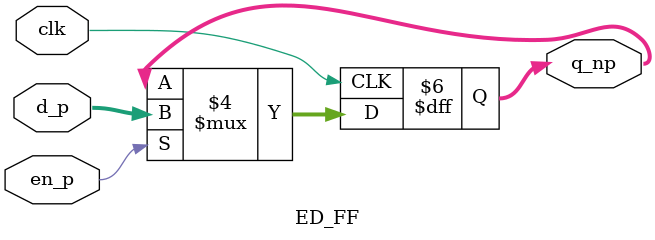
<source format=v>
module ED_FF#(parameter W = 16)
( 
 input clk, en_p,
 input [W-1:0] d_p,
 output reg[W-1:0]  q_np
);
 always@(posedge clk)
begin
 if(en_p == 1)
  q_np = d_p;
 else 
  q_np = q_np;
end
endmodule 

</source>
